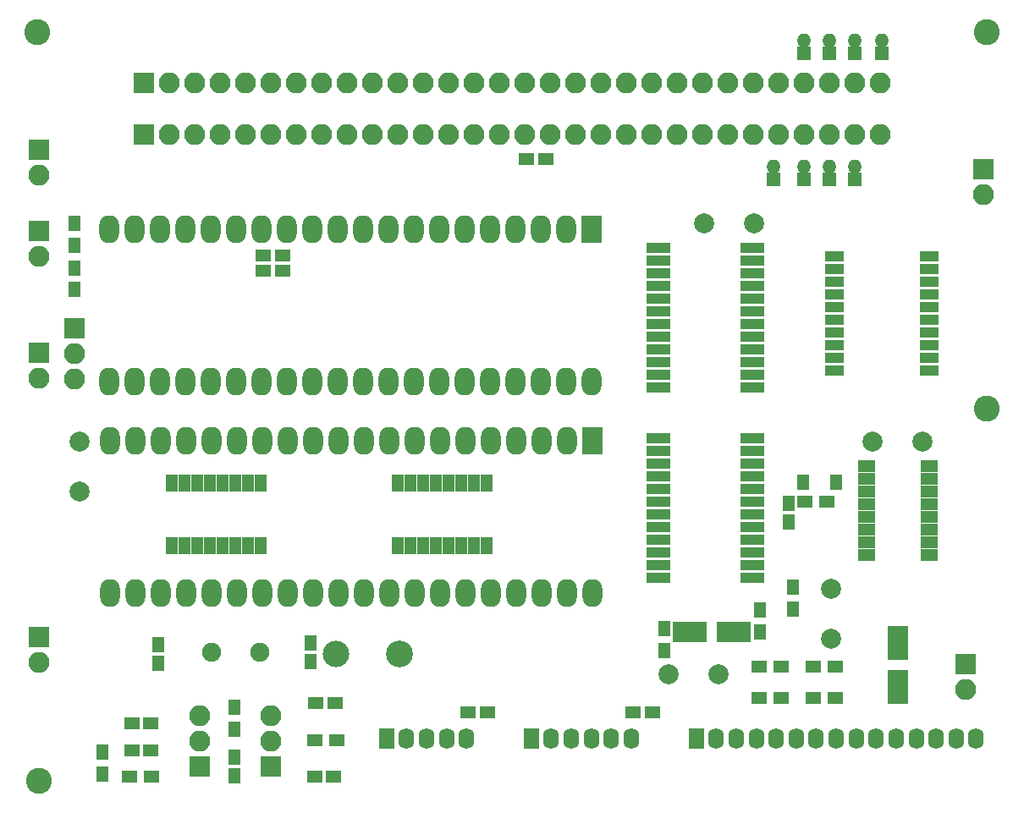
<source format=gbr>
G04 #@! TF.FileFunction,Soldermask,Top*
%FSLAX46Y46*%
G04 Gerber Fmt 4.6, Leading zero omitted, Abs format (unit mm)*
G04 Created by KiCad (PCBNEW 4.0.7) date 06/28/18 00:34:14*
%MOMM*%
%LPD*%
G01*
G04 APERTURE LIST*
%ADD10C,0.100000*%
%ADD11C,2.600000*%
%ADD12R,1.150000X1.600000*%
%ADD13C,2.000000*%
%ADD14R,2.000000X3.400000*%
%ADD15R,1.600000X1.150000*%
%ADD16C,2.650000*%
%ADD17C,2.680000*%
%ADD18R,3.400000X2.000000*%
%ADD19R,1.300000X1.600000*%
%ADD20R,2.400000X1.000000*%
%ADD21R,2.100000X2.100000*%
%ADD22O,2.100000X2.100000*%
%ADD23R,2.000000X2.800000*%
%ADD24O,2.000000X2.800000*%
%ADD25R,1.600000X2.100000*%
%ADD26O,1.600000X2.100000*%
%ADD27R,1.400000X1.400000*%
%ADD28O,1.400000X1.400000*%
%ADD29R,1.600000X1.300000*%
%ADD30R,1.900000X1.000000*%
%ADD31R,1.700000X1.200000*%
%ADD32R,1.200000X1.700000*%
%ADD33C,1.900000*%
G04 APERTURE END LIST*
D10*
D11*
X168402000Y-81026000D03*
X168402000Y-43307000D03*
X73406000Y-43307000D03*
D12*
X85471000Y-104587000D03*
X85471000Y-106487000D03*
X100711000Y-106360000D03*
X100711000Y-104460000D03*
D13*
X140081000Y-62484000D03*
X145081000Y-62484000D03*
D14*
X159512000Y-108880000D03*
X159512000Y-104480000D03*
D15*
X101285000Y-110490000D03*
X103185000Y-110490000D03*
D16*
X103251000Y-105537000D03*
D17*
X109626000Y-105537000D03*
D15*
X84770000Y-112522000D03*
X82870000Y-112522000D03*
D12*
X93091000Y-117790000D03*
X93091000Y-115890000D03*
D15*
X124267000Y-56007000D03*
X122367000Y-56007000D03*
X101158000Y-117856000D03*
X103058000Y-117856000D03*
D13*
X77597000Y-84328000D03*
X77597000Y-89328000D03*
D12*
X148590000Y-90490000D03*
X148590000Y-92390000D03*
D13*
X156972000Y-84328000D03*
X161972000Y-84328000D03*
D15*
X116525000Y-111379000D03*
X118425000Y-111379000D03*
X96014000Y-67246500D03*
X97914000Y-67246500D03*
X96014000Y-65722500D03*
X97914000Y-65722500D03*
X133035000Y-111379000D03*
X134935000Y-111379000D03*
D13*
X152781000Y-99060000D03*
X152781000Y-104060000D03*
D18*
X138643000Y-103378000D03*
X143043000Y-103378000D03*
D13*
X136525000Y-107569000D03*
X141525000Y-107569000D03*
D19*
X149988000Y-88392000D03*
X153288000Y-88392000D03*
D20*
X135508000Y-64897000D03*
X135508000Y-66167000D03*
X135508000Y-67437000D03*
X135508000Y-68707000D03*
X135508000Y-69977000D03*
X135508000Y-71247000D03*
X135508000Y-72517000D03*
X135508000Y-73787000D03*
X135508000Y-75057000D03*
X135508000Y-76327000D03*
X135508000Y-77597000D03*
X135508000Y-78867000D03*
X144908000Y-78867000D03*
X144908000Y-77597000D03*
X144908000Y-76327000D03*
X144908000Y-75057000D03*
X144908000Y-73787000D03*
X144908000Y-72517000D03*
X144908000Y-71247000D03*
X144908000Y-69977000D03*
X144908000Y-68707000D03*
X144908000Y-67437000D03*
X144908000Y-66167000D03*
X144908000Y-64897000D03*
D21*
X84074000Y-53594000D03*
D22*
X86614000Y-53594000D03*
X89154000Y-53594000D03*
X91694000Y-53594000D03*
X94234000Y-53594000D03*
X96774000Y-53594000D03*
X99314000Y-53594000D03*
X101854000Y-53594000D03*
X104394000Y-53594000D03*
X106934000Y-53594000D03*
X109474000Y-53594000D03*
X112014000Y-53594000D03*
X114554000Y-53594000D03*
X117094000Y-53594000D03*
X119634000Y-53594000D03*
X122174000Y-53594000D03*
X124714000Y-53594000D03*
X127254000Y-53594000D03*
X129794000Y-53594000D03*
X132334000Y-53594000D03*
X134874000Y-53594000D03*
X137414000Y-53594000D03*
X139954000Y-53594000D03*
X142494000Y-53594000D03*
X145034000Y-53594000D03*
X147574000Y-53594000D03*
X150114000Y-53594000D03*
X152654000Y-53594000D03*
X155194000Y-53594000D03*
X157734000Y-53594000D03*
D21*
X84074000Y-48387000D03*
D22*
X86614000Y-48387000D03*
X89154000Y-48387000D03*
X91694000Y-48387000D03*
X94234000Y-48387000D03*
X96774000Y-48387000D03*
X99314000Y-48387000D03*
X101854000Y-48387000D03*
X104394000Y-48387000D03*
X106934000Y-48387000D03*
X109474000Y-48387000D03*
X112014000Y-48387000D03*
X114554000Y-48387000D03*
X117094000Y-48387000D03*
X119634000Y-48387000D03*
X122174000Y-48387000D03*
X124714000Y-48387000D03*
X127254000Y-48387000D03*
X129794000Y-48387000D03*
X132334000Y-48387000D03*
X134874000Y-48387000D03*
X137414000Y-48387000D03*
X139954000Y-48387000D03*
X142494000Y-48387000D03*
X145034000Y-48387000D03*
X147574000Y-48387000D03*
X150114000Y-48387000D03*
X152654000Y-48387000D03*
X155194000Y-48387000D03*
X157734000Y-48387000D03*
D23*
X128905000Y-84201000D03*
D24*
X80645000Y-99441000D03*
X126365000Y-84201000D03*
X83185000Y-99441000D03*
X123825000Y-84201000D03*
X85725000Y-99441000D03*
X121285000Y-84201000D03*
X88265000Y-99441000D03*
X118745000Y-84201000D03*
X90805000Y-99441000D03*
X116205000Y-84201000D03*
X93345000Y-99441000D03*
X113665000Y-84201000D03*
X95885000Y-99441000D03*
X111125000Y-84201000D03*
X98425000Y-99441000D03*
X108585000Y-84201000D03*
X100965000Y-99441000D03*
X106045000Y-84201000D03*
X103505000Y-99441000D03*
X103505000Y-84201000D03*
X106045000Y-99441000D03*
X100965000Y-84201000D03*
X108585000Y-99441000D03*
X98425000Y-84201000D03*
X111125000Y-99441000D03*
X95885000Y-84201000D03*
X113665000Y-99441000D03*
X93345000Y-84201000D03*
X116205000Y-99441000D03*
X90805000Y-84201000D03*
X118745000Y-99441000D03*
X88265000Y-84201000D03*
X121285000Y-99441000D03*
X85725000Y-84201000D03*
X123825000Y-99441000D03*
X83185000Y-84201000D03*
X126365000Y-99441000D03*
X80645000Y-84201000D03*
X128905000Y-99441000D03*
D20*
X135508000Y-83947000D03*
X135508000Y-85217000D03*
X135508000Y-86487000D03*
X135508000Y-87757000D03*
X135508000Y-89027000D03*
X135508000Y-90297000D03*
X135508000Y-91567000D03*
X135508000Y-92837000D03*
X135508000Y-94107000D03*
X135508000Y-95377000D03*
X135508000Y-96647000D03*
X135508000Y-97917000D03*
X144908000Y-97917000D03*
X144908000Y-96647000D03*
X144908000Y-95377000D03*
X144908000Y-94107000D03*
X144908000Y-92837000D03*
X144908000Y-91567000D03*
X144908000Y-90297000D03*
X144908000Y-89027000D03*
X144908000Y-87757000D03*
X144908000Y-86487000D03*
X144908000Y-85217000D03*
X144908000Y-83947000D03*
D25*
X108331000Y-114046000D03*
D26*
X110331000Y-114046000D03*
X112331000Y-114046000D03*
X114331000Y-114046000D03*
X116331000Y-114046000D03*
D23*
X128842000Y-63055500D03*
D24*
X80582000Y-78295500D03*
X126302000Y-63055500D03*
X83122000Y-78295500D03*
X123762000Y-63055500D03*
X85662000Y-78295500D03*
X121222000Y-63055500D03*
X88202000Y-78295500D03*
X118682000Y-63055500D03*
X90742000Y-78295500D03*
X116142000Y-63055500D03*
X93282000Y-78295500D03*
X113602000Y-63055500D03*
X95822000Y-78295500D03*
X111062000Y-63055500D03*
X98362000Y-78295500D03*
X108522000Y-63055500D03*
X100902000Y-78295500D03*
X105982000Y-63055500D03*
X103442000Y-78295500D03*
X103442000Y-63055500D03*
X105982000Y-78295500D03*
X100902000Y-63055500D03*
X108522000Y-78295500D03*
X98362000Y-63055500D03*
X111062000Y-78295500D03*
X95822000Y-63055500D03*
X113602000Y-78295500D03*
X93282000Y-63055500D03*
X116142000Y-78295500D03*
X90742000Y-63055500D03*
X118682000Y-78295500D03*
X88202000Y-63055500D03*
X121222000Y-78295500D03*
X85662000Y-63055500D03*
X123762000Y-78295500D03*
X83122000Y-63055500D03*
X126302000Y-78295500D03*
X80582000Y-63055500D03*
X128842000Y-78295500D03*
D25*
X122809000Y-114046000D03*
D26*
X124809000Y-114046000D03*
X126809000Y-114046000D03*
X128809000Y-114046000D03*
X130809000Y-114046000D03*
X132809000Y-114046000D03*
D21*
X73533000Y-103886000D03*
D22*
X73533000Y-106426000D03*
D21*
X73533000Y-63246000D03*
D22*
X73533000Y-65786000D03*
D21*
X73533000Y-75438000D03*
D22*
X73533000Y-77978000D03*
D25*
X139319000Y-114046000D03*
D26*
X141319000Y-114046000D03*
X143319000Y-114046000D03*
X145319000Y-114046000D03*
X147319000Y-114046000D03*
X149319000Y-114046000D03*
X151319000Y-114046000D03*
X153319000Y-114046000D03*
X155319000Y-114046000D03*
X157319000Y-114046000D03*
X159319000Y-114046000D03*
X161319000Y-114046000D03*
X163319000Y-114046000D03*
X165319000Y-114046000D03*
X167319000Y-114046000D03*
D21*
X73533000Y-55118000D03*
D22*
X73533000Y-57658000D03*
D21*
X168021000Y-57023000D03*
D22*
X168021000Y-59563000D03*
D15*
X82870000Y-115189000D03*
X84770000Y-115189000D03*
D27*
X147066000Y-58039000D03*
D28*
X147066000Y-56769000D03*
D27*
X150114000Y-58039000D03*
D28*
X150114000Y-56769000D03*
D27*
X150114000Y-45466000D03*
D28*
X150114000Y-44196000D03*
D27*
X152654000Y-58039000D03*
D28*
X152654000Y-56769000D03*
D27*
X152654000Y-45466000D03*
D28*
X152654000Y-44196000D03*
D27*
X155194000Y-58039000D03*
D28*
X155194000Y-56769000D03*
D27*
X155194000Y-45466000D03*
D28*
X155194000Y-44196000D03*
D27*
X157861000Y-45466000D03*
D28*
X157861000Y-44196000D03*
D21*
X89662000Y-116840000D03*
D22*
X89662000Y-114300000D03*
X89662000Y-111760000D03*
D21*
X96774000Y-116840000D03*
D22*
X96774000Y-114300000D03*
X96774000Y-111760000D03*
D21*
X77152000Y-72961000D03*
D22*
X77152000Y-75501000D03*
X77152000Y-78041000D03*
D19*
X93091000Y-110914000D03*
X93091000Y-113114000D03*
D29*
X103335000Y-114173000D03*
X101135000Y-114173000D03*
D19*
X79883000Y-115359000D03*
X79883000Y-117559000D03*
D29*
X84793000Y-117856000D03*
X82593000Y-117856000D03*
X152357000Y-90297000D03*
X150157000Y-90297000D03*
D19*
X77152000Y-66909000D03*
X77152000Y-69109000D03*
X77152000Y-64663500D03*
X77152000Y-62463500D03*
X148971000Y-98849000D03*
X148971000Y-101049000D03*
X145669000Y-101135000D03*
X145669000Y-103335000D03*
D29*
X147785000Y-106807000D03*
X145585000Y-106807000D03*
X153246000Y-106807000D03*
X151046000Y-106807000D03*
D19*
X136144000Y-103040000D03*
X136144000Y-105240000D03*
D29*
X147785000Y-109982000D03*
X145585000Y-109982000D03*
X153246000Y-109982000D03*
X151046000Y-109982000D03*
D21*
X166243000Y-106553000D03*
D22*
X166243000Y-109093000D03*
D30*
X153111000Y-72136000D03*
X153111000Y-70866000D03*
X153111000Y-69596000D03*
X153111000Y-68326000D03*
X153111000Y-67056000D03*
X153111000Y-65786000D03*
X153111000Y-73406000D03*
X153111000Y-74676000D03*
X153111000Y-75946000D03*
X153111000Y-77216000D03*
X162611000Y-77216000D03*
X162611000Y-75946000D03*
X162611000Y-74676000D03*
X162611000Y-73406000D03*
X162611000Y-72136000D03*
X162611000Y-70866000D03*
X162611000Y-69596000D03*
X162611000Y-68326000D03*
X162611000Y-67056000D03*
X162611000Y-65786000D03*
D31*
X156362000Y-86736000D03*
X156362000Y-88016000D03*
X156362000Y-89276000D03*
X156362000Y-90546000D03*
X156362000Y-91826000D03*
X156362000Y-93096000D03*
X156362000Y-94356000D03*
X156362000Y-95636000D03*
X162662000Y-95636000D03*
X162662000Y-94356000D03*
X162662000Y-93096000D03*
X162662000Y-91826000D03*
X162662000Y-90546000D03*
X162662000Y-89276000D03*
X162662000Y-88016000D03*
X162662000Y-86736000D03*
D32*
X86863000Y-94717000D03*
X88143000Y-94717000D03*
X89403000Y-94717000D03*
X90673000Y-94717000D03*
X91953000Y-94717000D03*
X93223000Y-94717000D03*
X94483000Y-94717000D03*
X95763000Y-94717000D03*
X95763000Y-88417000D03*
X94483000Y-88417000D03*
X93223000Y-88417000D03*
X91953000Y-88417000D03*
X90673000Y-88417000D03*
X89403000Y-88417000D03*
X88143000Y-88417000D03*
X86863000Y-88417000D03*
X109469000Y-94717000D03*
X110749000Y-94717000D03*
X112009000Y-94717000D03*
X113279000Y-94717000D03*
X114559000Y-94717000D03*
X115829000Y-94717000D03*
X117089000Y-94717000D03*
X118369000Y-94717000D03*
X118369000Y-88417000D03*
X117089000Y-88417000D03*
X115829000Y-88417000D03*
X114559000Y-88417000D03*
X113279000Y-88417000D03*
X112009000Y-88417000D03*
X110749000Y-88417000D03*
X109469000Y-88417000D03*
D33*
X90805000Y-105410000D03*
X95685000Y-105410000D03*
D11*
X73533000Y-118237000D03*
M02*

</source>
